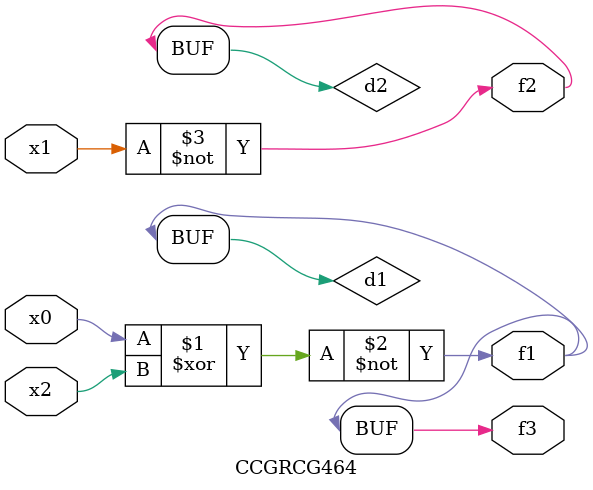
<source format=v>
module CCGRCG464(
	input x0, x1, x2,
	output f1, f2, f3
);

	wire d1, d2, d3;

	xnor (d1, x0, x2);
	nand (d2, x1);
	nor (d3, x1, x2);
	assign f1 = d1;
	assign f2 = d2;
	assign f3 = d1;
endmodule

</source>
